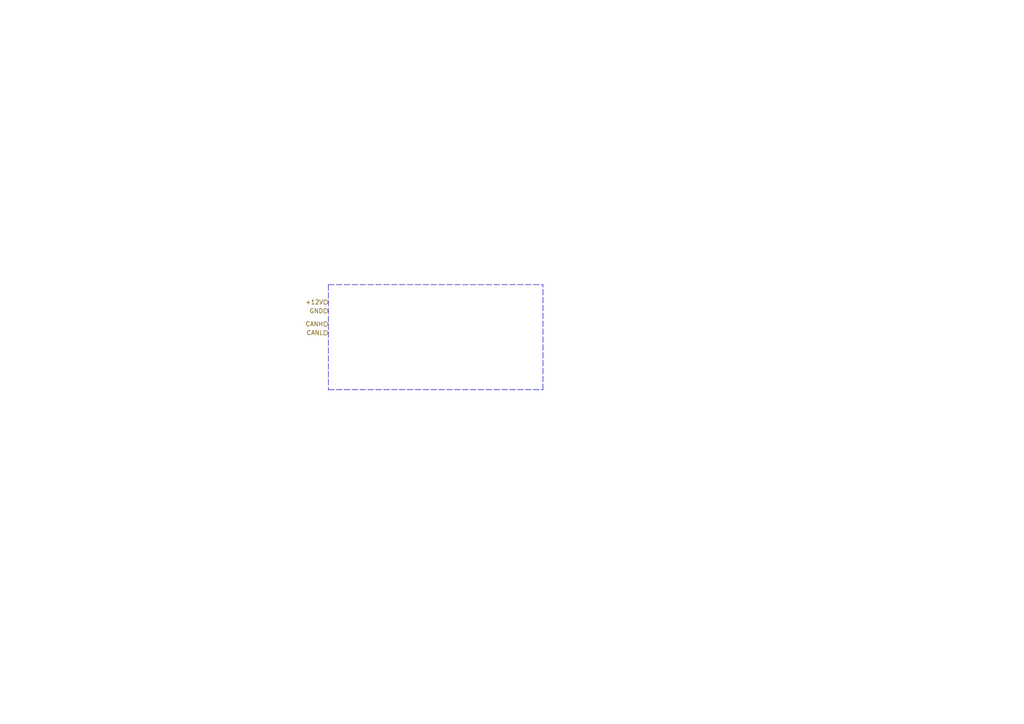
<source format=kicad_sch>
(kicad_sch (version 20211123) (generator eeschema)
  (paper "A4")
  (lib_symbols)
  (polyline (pts (xy 95.25 113.03) (xy 157.48 113.03)))
  (polyline (pts (xy 157.48 113.03) (xy 157.48 82.55)))
  (polyline (pts (xy 95.25 82.55) (xy 95.25 113.03)))
  (polyline (pts (xy 95.25 82.55) (xy 157.48 82.55)))
  (hierarchical_label "GND" (shape input) (at 95.25 90.17 180))
  (hierarchical_label "CANH" (shape input) (at 95.25 93.98 180))
  (hierarchical_label "+12V" (shape input) (at 95.25 87.63 180))
  (hierarchical_label "CANL" (shape input) (at 95.25 96.52 180))
)
</source>
